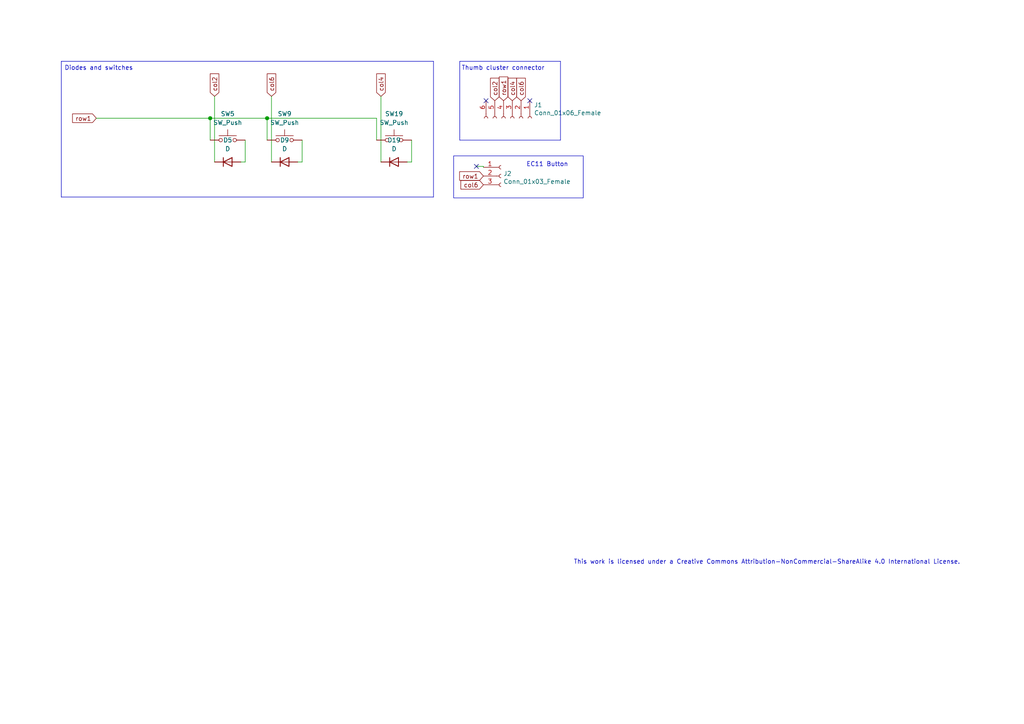
<source format=kicad_sch>
(kicad_sch (version 20230121) (generator eeschema)
  (paper "A4")
  (title_block (date "2022-03-02") (rev "2.01") (company "bastard keyboards") (comment 3 "CC BY-NC-SA 4.0") (comment 4 "Copyright Quentin Lebastard 2022"))
  (lib_symbols
    (symbol "Connector:Conn_01x03_Female" (pin_names (offset 1.016) hide)
      (property "Reference" "J" (at 0 5.08 0))
      (property "Value" "Conn_01x03_Female" (at 0 -5.08 0))
      (symbol "Conn_01x03_Female_1_1"
        (arc (start 0 -2.032) (mid -0.5058 -2.54) (end 0 -3.048) (stroke (width 0.1524)))
        (polyline (pts (xy -1.27 -2.54) (xy -0.508 -2.54)) (stroke (width 0.1524)))
        (polyline (pts (xy -1.27 0) (xy -0.508 0)) (stroke (width 0.1524)))
        (polyline (pts (xy -1.27 2.54) (xy -0.508 2.54)) (stroke (width 0.1524)))
        (arc (start 0 0.508) (mid -0.5058 0) (end 0 -0.508) (stroke (width 0.1524)))
        (arc (start 0 3.048) (mid -0.5058 2.54) (end 0 2.032) (stroke (width 0.1524)))
        (pin passive line (at -5.08 2.54 0) (length 3.81) (name "Pin_1") (number "1"))
        (pin passive line (at -5.08 0 0) (length 3.81) (name "Pin_2") (number "2"))
        (pin passive line (at -5.08 -2.54 0) (length 3.81) (name "Pin_3") (number "3"))
      )
    )
    (symbol "Connector:Conn_01x06_Female" (pin_names hide)
      (property "Reference" "J" (at 0 7.62 0))
      (property "Value" "Conn_01x06_Female" (at 0 -10.16 0))
      (symbol "Conn_01x06_Female_1_1"
        (arc (start 0 -7.112) (mid -0.5058 -7.62) (end 0 -8.128) (stroke (width 0.1524)))
        (arc (start 0 -4.572) (mid -0.5058 -5.08) (end 0 -5.588) (stroke (width 0.1524)))
        (arc (start 0 -2.032) (mid -0.5058 -2.54) (end 0 -3.048) (stroke (width 0.1524)))
        (polyline (pts (xy -1.27 -7.62) (xy -0.508 -7.62)) (stroke (width 0.1524)))
        (polyline (pts (xy -1.27 -5.08) (xy -0.508 -5.08)) (stroke (width 0.1524)))
        (polyline (pts (xy -1.27 -2.54) (xy -0.508 -2.54)) (stroke (width 0.1524)))
        (polyline (pts (xy -1.27 0) (xy -0.508 0)) (stroke (width 0.1524)))
        (polyline (pts (xy -1.27 2.54) (xy -0.508 2.54)) (stroke (width 0.1524)))
        (polyline (pts (xy -1.27 5.08) (xy -0.508 5.08)) (stroke (width 0.1524)))
        (arc (start 0 0.508) (mid -0.5058 0) (end 0 -0.508) (stroke (width 0.1524)))
        (arc (start 0 3.048) (mid -0.5058 2.54) (end 0 2.032) (stroke (width 0.1524)))
        (arc (start 0 5.588) (mid -0.5058 5.08) (end 0 4.572) (stroke (width 0.1524)))
        (pin passive line (at -5.08 5.08 0) (length 3.81) (name "Pin_1") (number "1"))
        (pin passive line (at -5.08 2.54 0) (length 3.81) (name "Pin_2") (number "2"))
        (pin passive line (at -5.08 0 0) (length 3.81) (name "Pin_3") (number "3"))
        (pin passive line (at -5.08 -2.54 0) (length 3.81) (name "Pin_4") (number "4"))
        (pin passive line (at -5.08 -5.08 0) (length 3.81) (name "Pin_5") (number "5"))
        (pin passive line (at -5.08 -7.62 0) (length 3.81) (name "Pin_6") (number "6"))
      )
    )
    (symbol "Device:D" (pin_numbers hide) (pin_names hide)
      (property "Reference" "D" (at 0 2.54 0))
      (property "Value" "D" (at 0 -2.54 0))
      (symbol "D_0_1"
        (polyline (pts (xy -1.27 1.27) (xy -1.27 -1.27)) (stroke (width 0.254)))
        (polyline (pts (xy 1.27 0) (xy -1.27 0)))
        (polyline (pts (xy 1.27 1.27) (xy 1.27 -1.27) (xy -1.27 0) (xy 1.27 1.27)) (stroke (width 0.254)))
      )
      (symbol "D_1_1"
        (pin passive line (at -3.81 0 0) (length 2.54) (name "K") (number "1"))
        (pin passive line (at 3.81 0 180) (length 2.54) (name "A") (number "2"))
      )
    )
    (symbol "Switch:SW_Push" (pin_numbers hide) (pin_names hide)
      (property "Reference" "SW" (at 1.27 2.54 0))
      (property "Value" "SW_Push" (at 0 -1.524 0))
      (symbol "SW_Push_0_1"
        (circle (center -2.032 0) (radius 0.508))
        (polyline (pts (xy 0 1.27) (xy 0 3.048)))
        (polyline (pts (xy 2.54 1.27) (xy -2.54 1.27)))
        (circle (center 2.032 0) (radius 0.508))
        (pin passive line (at -5.08 0 0) (length 2.54) (name "1") (number "1"))
        (pin passive line (at 5.08 0 180) (length 2.54) (name "2") (number "2"))
      )
    )
  )
  (junction (at 60.96 34.29) (diameter 1.016))
  (junction (at 77.47 34.29) (diameter 1.016))
  (no_connect (at 140.97 29.21))
  (no_connect (at 153.67 29.21))
  (no_connect (at 138.176 48.26))
  (polyline (pts (xy 133.35 17.78) (xy 162.56 17.78)))
  (polyline (pts (xy 125.73 57.15) (xy 17.78 57.15)))
  (polyline (pts (xy 133.35 17.78) (xy 133.35 40.64)))
  (polyline (pts (xy 162.56 17.78) (xy 162.56 40.64)))
  (wire (pts (xy 87.63 40.64) (xy 87.63 46.99)))
  (wire (pts (xy 110.49 27.94) (xy 110.49 46.99)))
  (wire (pts (xy 119.38 40.64) (xy 119.38 46.99)))
  (polyline (pts (xy 17.78 17.78) (xy 125.73 17.78)))
  (wire (pts (xy 77.47 34.29) (xy 109.22 34.29)))
  (polyline (pts (xy 17.78 17.78) (xy 17.78 57.15)))
  (wire (pts (xy 71.12 40.64) (xy 71.12 46.99)))
  (wire (pts (xy 138.176 48.26) (xy 140.208 48.26)))
  (wire (pts (xy 87.63 46.99) (xy 86.36 46.99)))
  (polyline (pts (xy 162.56 40.64) (xy 133.35 40.64)))
  (wire (pts (xy 62.23 27.94) (xy 62.23 46.99)))
  (wire (pts (xy 78.74 27.94) (xy 78.74 46.99)))
  (wire (pts (xy 60.96 34.29) (xy 77.47 34.29)))
  (wire (pts (xy 71.12 46.99) (xy 69.85 46.99)))
  (wire (pts (xy 27.94 34.29) (xy 60.96 34.29)))
  (wire (pts (xy 77.47 34.29) (xy 77.47 40.64)))
  (wire (pts (xy 140.208 48.26) (xy 140.208 48.514)))
  (wire (pts (xy 109.22 34.29) (xy 109.22 40.64)))
  (wire (pts (xy 119.38 46.99) (xy 118.11 46.99)))
  (polyline (pts (xy 125.73 17.78) (xy 125.73 57.15)))
  (wire (pts (xy 60.96 34.29) (xy 60.96 40.64)))
  (rectangle (start 131.572 45.212) (end 169.164 57.404))
  (text "Thumb cluster connector" (at 157.988 20.574 0) (effects (font (size 1.27 1.27)) (justify right bottom)))
  (text "Diodes and switches" (at 38.608 20.574 0) (effects (font (size 1.27 1.27)) (justify right bottom)))
  (text "This work is licensed under a Creative Commons Attribution-NonCommercial-ShareAlike 4.0 International License." (at 166.37 163.83 0) (effects (font (size 1.27 1.27)) (justify left bottom)))
  (text "EC11 Button" (at 152.654 48.514 0) (effects (font (size 1.27 1.27)) (justify left bottom)))
  (global_label "col6" (shape input) (at 140.208 53.594 180) (property "Intersheetrefs" "${INTERSHEET_REFS}" (effects hide)))
  (global_label "col2" (shape input) (at 143.51 29.21 90) (property "Intersheetrefs" "${INTERSHEET_REFS}" (effects hide)))
  (global_label "col4" (shape input) (at 148.59 29.21 90) (property "Intersheetrefs" "${INTERSHEET_REFS}" (effects hide)))
  (global_label "col6" (shape input) (at 78.74 27.94 90) (property "Intersheetrefs" "${INTERSHEET_REFS}" (effects hide)))
  (global_label "row1" (shape input) (at 146.05 29.21 90) (property "Intersheetrefs" "${INTERSHEET_REFS}" (effects hide)))
  (global_label "row1" (shape input) (at 140.208 51.054 180) (property "Intersheetrefs" "${INTERSHEET_REFS}" (effects hide)))
  (global_label "col2" (shape input) (at 62.23 27.94 90) (property "Intersheetrefs" "${INTERSHEET_REFS}" (effects hide)))
  (global_label "col4" (shape input) (at 110.49 27.94 90) (property "Intersheetrefs" "${INTERSHEET_REFS}" (effects hide)))
  (global_label "row1" (shape input) (at 27.94 34.29 180) (property "Intersheetrefs" "${INTERSHEET_REFS}" (effects hide)))
  (global_label "col6" (shape input) (at 151.13 29.21 90) (property "Intersheetrefs" "${INTERSHEET_REFS}" (effects hide)))
  (symbol (lib_id "Device:D") (at 66.04 46.99 0) (unit 1)
    (property "Reference" "D5" (at 66.04 40.64 0))
    (property "Value" "D" (at 66.04 43.18 0))
    (property "Footprint" "custom:Diode_TH_SOD123" (effects hide))
  )
  (symbol (lib_id "Switch:SW_Push") (at 66.04 40.64 0) (unit 1)
    (property "Reference" "SW5" (at 66.04 33.02 0))
    (property "Value" "SW_Push" (at 66.04 35.56 0))
    (property "Footprint" "custom:SW_MX_reversible" (effects hide))
  )
  (symbol (lib_id "Connector:Conn_01x06_Female") (at 148.59 34.29 270) (unit 1)
    (property "Reference" "J1" (at 154.8893 30.4482 90) (effects (justify left)))
    (property "Value" "Conn_01x06_Female" (at 154.8893 32.7469 90) (effects (justify left)))
    (property "Footprint" "Connector_PinHeader_2.54mm:PinHeader_1x06_P2.54mm_Vertical" (effects hide))
  )
  (symbol (lib_id "Device:D") (at 82.55 46.99 0) (unit 1)
    (property "Reference" "D9" (at 82.55 40.64 0))
    (property "Value" "D" (at 82.55 43.18 0))
    (property "Footprint" "custom:Diode_TH_SOD123" (effects hide))
  )
  (symbol (lib_id "Switch:SW_Push") (at 82.55 40.64 0) (unit 1)
    (property "Reference" "SW9" (at 82.55 33.02 0))
    (property "Value" "SW_Push" (at 82.55 35.56 0))
    (property "Footprint" "custom:SW_MX_reversible" (effects hide))
  )
  (symbol (lib_id "Device:D") (at 114.3 46.99 0) (unit 1)
    (property "Reference" "D19" (at 114.3 40.64 0))
    (property "Value" "D" (at 114.3 43.18 0))
    (property "Footprint" "custom:Diode_TH_SOD123" (effects hide))
  )
  (symbol (lib_id "Switch:SW_Push") (at 114.3 40.64 0) (unit 1)
    (property "Reference" "SW19" (at 114.3 33.02 0))
    (property "Value" "SW_Push" (at 114.3 35.56 0))
    (property "Footprint" "custom:SW_MX_reversible" (effects hide))
  )
  (symbol (lib_id "Connector:Conn_01x03_Female") (at 145.288 51.054 0) (unit 1)
    (property "Reference" "J2" (at 145.9993 50.3618 0) (effects (justify left)))
    (property "Value" "Conn_01x03_Female" (at 145.9993 52.6605 0) (effects (justify left)))
    (property "Footprint" "Connector_PinHeader_2.54mm:PinHeader_1x03_P2.54mm_Vertical" (effects hide))
  )
)
</source>
